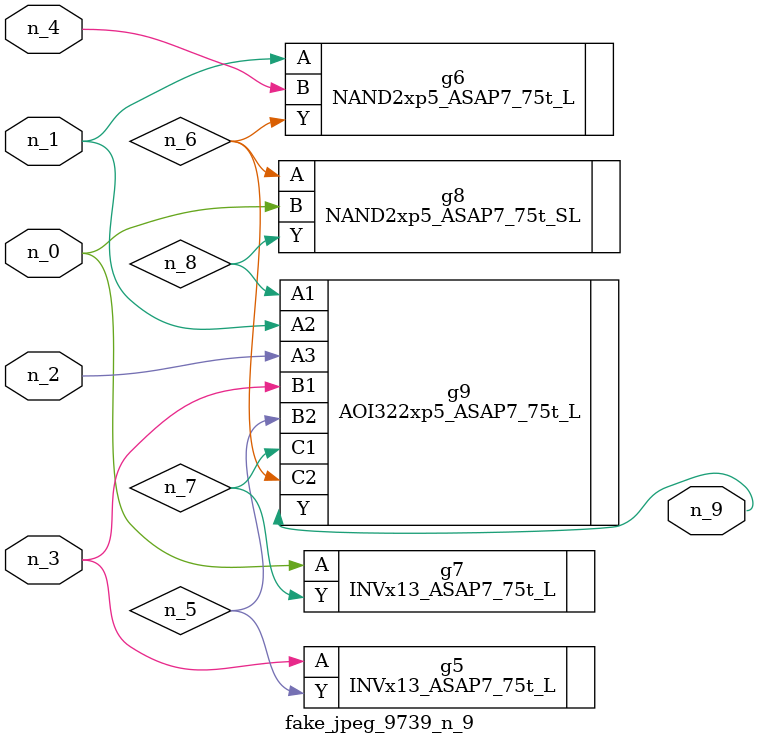
<source format=v>
module fake_jpeg_9739_n_9 (n_3, n_2, n_1, n_0, n_4, n_9);

input n_3;
input n_2;
input n_1;
input n_0;
input n_4;

output n_9;

wire n_8;
wire n_6;
wire n_5;
wire n_7;

INVx13_ASAP7_75t_L g5 ( 
.A(n_3),
.Y(n_5)
);

NAND2xp5_ASAP7_75t_L g6 ( 
.A(n_1),
.B(n_4),
.Y(n_6)
);

INVx13_ASAP7_75t_L g7 ( 
.A(n_0),
.Y(n_7)
);

NAND2xp5_ASAP7_75t_SL g8 ( 
.A(n_6),
.B(n_0),
.Y(n_8)
);

AOI322xp5_ASAP7_75t_L g9 ( 
.A1(n_8),
.A2(n_1),
.A3(n_2),
.B1(n_3),
.B2(n_5),
.C1(n_7),
.C2(n_6),
.Y(n_9)
);


endmodule
</source>
